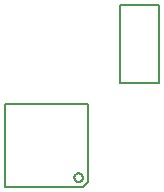
<source format=gbo>
G75*
%MOIN*%
%OFA0B0*%
%FSLAX25Y25*%
%IPPOS*%
%LPD*%
%AMOC8*
5,1,8,0,0,1.08239X$1,22.5*
%
%ADD10C,0.00600*%
%ADD11C,0.00800*%
D10*
X0060046Y0095134D02*
X0086247Y0095134D01*
X0087644Y0096531D01*
X0087644Y0122732D01*
X0060046Y0122732D01*
X0060046Y0095134D01*
X0083231Y0098133D02*
X0083233Y0098208D01*
X0083239Y0098282D01*
X0083249Y0098356D01*
X0083262Y0098429D01*
X0083280Y0098502D01*
X0083301Y0098573D01*
X0083326Y0098644D01*
X0083355Y0098713D01*
X0083388Y0098780D01*
X0083424Y0098845D01*
X0083463Y0098909D01*
X0083505Y0098970D01*
X0083551Y0099029D01*
X0083600Y0099086D01*
X0083652Y0099139D01*
X0083706Y0099190D01*
X0083763Y0099239D01*
X0083823Y0099283D01*
X0083885Y0099325D01*
X0083949Y0099364D01*
X0084015Y0099399D01*
X0084082Y0099430D01*
X0084152Y0099458D01*
X0084222Y0099482D01*
X0084294Y0099503D01*
X0084367Y0099519D01*
X0084440Y0099532D01*
X0084515Y0099541D01*
X0084589Y0099546D01*
X0084664Y0099547D01*
X0084738Y0099544D01*
X0084813Y0099537D01*
X0084886Y0099526D01*
X0084960Y0099512D01*
X0085032Y0099493D01*
X0085103Y0099471D01*
X0085173Y0099445D01*
X0085242Y0099415D01*
X0085308Y0099382D01*
X0085373Y0099345D01*
X0085436Y0099305D01*
X0085497Y0099261D01*
X0085555Y0099215D01*
X0085611Y0099165D01*
X0085664Y0099113D01*
X0085715Y0099058D01*
X0085762Y0099000D01*
X0085806Y0098940D01*
X0085847Y0098877D01*
X0085885Y0098813D01*
X0085919Y0098747D01*
X0085950Y0098678D01*
X0085977Y0098609D01*
X0086000Y0098538D01*
X0086019Y0098466D01*
X0086035Y0098393D01*
X0086047Y0098319D01*
X0086055Y0098245D01*
X0086059Y0098170D01*
X0086059Y0098096D01*
X0086055Y0098021D01*
X0086047Y0097947D01*
X0086035Y0097873D01*
X0086019Y0097800D01*
X0086000Y0097728D01*
X0085977Y0097657D01*
X0085950Y0097588D01*
X0085919Y0097519D01*
X0085885Y0097453D01*
X0085847Y0097389D01*
X0085806Y0097326D01*
X0085762Y0097266D01*
X0085715Y0097208D01*
X0085664Y0097153D01*
X0085611Y0097101D01*
X0085555Y0097051D01*
X0085497Y0097005D01*
X0085436Y0096961D01*
X0085373Y0096921D01*
X0085308Y0096884D01*
X0085242Y0096851D01*
X0085173Y0096821D01*
X0085103Y0096795D01*
X0085032Y0096773D01*
X0084960Y0096754D01*
X0084886Y0096740D01*
X0084813Y0096729D01*
X0084738Y0096722D01*
X0084664Y0096719D01*
X0084589Y0096720D01*
X0084515Y0096725D01*
X0084440Y0096734D01*
X0084367Y0096747D01*
X0084294Y0096763D01*
X0084222Y0096784D01*
X0084152Y0096808D01*
X0084082Y0096836D01*
X0084015Y0096867D01*
X0083949Y0096902D01*
X0083885Y0096941D01*
X0083823Y0096983D01*
X0083763Y0097027D01*
X0083706Y0097076D01*
X0083652Y0097127D01*
X0083600Y0097180D01*
X0083551Y0097237D01*
X0083505Y0097296D01*
X0083463Y0097357D01*
X0083424Y0097421D01*
X0083388Y0097486D01*
X0083355Y0097553D01*
X0083326Y0097622D01*
X0083301Y0097693D01*
X0083280Y0097764D01*
X0083262Y0097837D01*
X0083249Y0097910D01*
X0083239Y0097984D01*
X0083233Y0098058D01*
X0083231Y0098133D01*
D11*
X0098595Y0129783D02*
X0098595Y0155583D01*
X0111595Y0155583D01*
X0111595Y0129783D01*
X0098595Y0129783D01*
M02*

</source>
